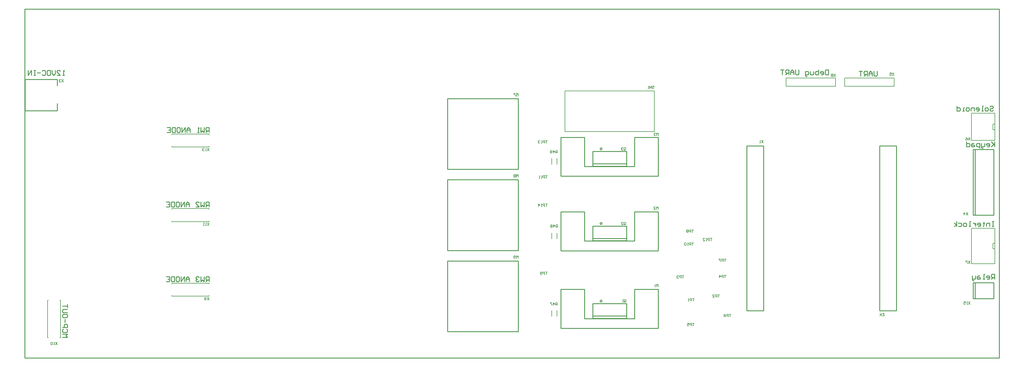
<source format=gbo>
G04 Layer_Color=32896*
%FSLAX43Y43*%
%MOMM*%
G71*
G01*
G75*
%ADD34C,0.150*%
%ADD36C,0.250*%
%ADD37C,0.200*%
%ADD42C,0.254*%
D34*
X291400Y28975D02*
Y39950D01*
Y28975D02*
X298600D01*
Y39950D01*
X291400D02*
X298600D01*
X298025Y35285D02*
X298575D01*
X298025Y33660D02*
Y35285D01*
Y33660D02*
X298600D01*
X298025Y70360D02*
X298600D01*
X298025D02*
Y71985D01*
X298575D01*
X291400Y75450D02*
X298600D01*
Y67000D02*
Y75450D01*
X291400Y67000D02*
X298600D01*
X291400D02*
Y75450D01*
X160848Y47465D02*
X160315D01*
X160581D01*
Y46665D01*
X160048D02*
Y47465D01*
X159648D01*
X159515Y47332D01*
Y47065D01*
X159648Y46932D01*
X160048D01*
X159248Y46665D02*
X158982D01*
X159115D01*
Y47465D01*
X159248Y47332D01*
X158182Y46665D02*
Y47465D01*
X158582Y47065D01*
X158049D01*
X184567Y17333D02*
Y17866D01*
X184700Y18000D01*
X184967D01*
X185100Y17866D01*
Y17333D01*
X184967Y17200D01*
X184700D01*
X184833Y17467D02*
X184567Y17200D01*
X184700D02*
X184567Y17333D01*
X184300Y17200D02*
X184034D01*
X184167D01*
Y18000D01*
X184300Y17866D01*
X151878Y55691D02*
Y56491D01*
X151611Y56224D01*
X151345Y56491D01*
Y55691D01*
X151078Y56357D02*
X150945Y56491D01*
X150678D01*
X150545Y56357D01*
Y56224D01*
X150678Y56091D01*
X150545Y55958D01*
Y55824D01*
X150678Y55691D01*
X150945D01*
X151078Y55824D01*
Y55958D01*
X150945Y56091D01*
X151078Y56224D01*
Y56357D01*
X150945Y56091D02*
X150678D01*
X151878Y30697D02*
Y31497D01*
X151611Y31231D01*
X151345Y31497D01*
Y30697D01*
X151078Y30831D02*
X150945Y30697D01*
X150678D01*
X150545Y30831D01*
Y31364D01*
X150678Y31497D01*
X150945D01*
X151078Y31364D01*
Y31231D01*
X150945Y31097D01*
X150545D01*
X56700Y18600D02*
X56167Y17800D01*
Y18600D02*
X56700Y17800D01*
X55900Y17933D02*
X55767Y17800D01*
X55500D01*
X55367Y17933D01*
Y18466D01*
X55500Y18600D01*
X55767D01*
X55900Y18466D01*
Y18333D01*
X55767Y18200D01*
X55367D01*
X10000Y4800D02*
X9467Y4000D01*
Y4800D02*
X10000Y4000D01*
X9200D02*
X8934D01*
X9067D01*
Y4800D01*
X9200Y4666D01*
X8534D02*
X8401Y4800D01*
X8134D01*
X8001Y4666D01*
Y4133D01*
X8134Y4000D01*
X8401D01*
X8534Y4133D01*
Y4666D01*
X227307Y67046D02*
X226773Y66246D01*
Y67046D02*
X227307Y66246D01*
X226507D02*
X226240D01*
X226373D01*
Y67046D01*
X226507Y66913D01*
X291000Y29900D02*
X290467Y29100D01*
Y29900D02*
X291000Y29100D01*
X290200Y29900D02*
X289667D01*
Y29766D01*
X290200Y29233D01*
Y29100D01*
X291000Y67900D02*
X290467Y67100D01*
Y67900D02*
X291000Y67100D01*
X289667Y67900D02*
X289934Y67766D01*
X290200Y67500D01*
Y67233D01*
X290067Y67100D01*
X289800D01*
X289667Y67233D01*
Y67367D01*
X289800Y67500D01*
X290200D01*
X195000Y68500D02*
Y69300D01*
X194733Y69033D01*
X194467Y69300D01*
Y68500D01*
X194200Y69166D02*
X194067Y69300D01*
X193800D01*
X193667Y69166D01*
Y69033D01*
X193800Y68900D01*
X193934D01*
X193800D01*
X193667Y68767D01*
Y68633D01*
X193800Y68500D01*
X194067D01*
X194200Y68633D01*
X11900Y85800D02*
X11367Y85000D01*
Y85800D02*
X11900Y85000D01*
X11100Y85666D02*
X10967Y85800D01*
X10700D01*
X10567Y85666D01*
Y85533D01*
X10700Y85400D01*
X10834D01*
X10700D01*
X10567Y85267D01*
Y85133D01*
X10700Y85000D01*
X10967D01*
X11100Y85133D01*
X290300Y44800D02*
X289767Y44000D01*
Y44800D02*
X290300Y44000D01*
X289100D02*
Y44800D01*
X289500Y44400D01*
X288967D01*
X291000Y17300D02*
X290467Y16500D01*
Y17300D02*
X291000Y16500D01*
X290200D02*
X289934D01*
X290067D01*
Y17300D01*
X290200Y17166D01*
X289001Y17300D02*
X289534D01*
Y16900D01*
X289267Y17033D01*
X289134D01*
X289001Y16900D01*
Y16633D01*
X289134Y16500D01*
X289401D01*
X289534Y16633D01*
X56700Y64600D02*
X56167Y63800D01*
Y64600D02*
X56700Y63800D01*
X55900D02*
X55634D01*
X55767D01*
Y64600D01*
X55900Y64466D01*
X55234D02*
X55101Y64600D01*
X54834D01*
X54701Y64466D01*
Y64333D01*
X54834Y64200D01*
X54967D01*
X54834D01*
X54701Y64067D01*
Y63933D01*
X54834Y63800D01*
X55101D01*
X55234Y63933D01*
X56700Y41600D02*
X56167Y40800D01*
Y41600D02*
X56700Y40800D01*
X55900D02*
X55634D01*
X55767D01*
Y41600D01*
X55900Y41466D01*
X55234Y40800D02*
X54967D01*
X55101D01*
Y41600D01*
X55234Y41466D01*
X249600Y87500D02*
X249067Y86700D01*
Y87500D02*
X249600Y86700D01*
X248800Y87366D02*
X248667Y87500D01*
X248400D01*
X248267Y87366D01*
Y87233D01*
X248400Y87100D01*
X248267Y86967D01*
Y86833D01*
X248400Y86700D01*
X248667D01*
X248800Y86833D01*
Y86967D01*
X248667Y87100D01*
X248800Y87233D01*
Y87366D01*
X248667Y87100D02*
X248400D01*
X263254Y12894D02*
X263787Y13694D01*
Y12894D02*
X263254Y13694D01*
X264586D02*
X264053D01*
X264586Y13161D01*
Y13027D01*
X264453Y12894D01*
X264187D01*
X264053Y13027D01*
X267575Y87838D02*
X267042Y87038D01*
Y87838D02*
X267575Y87038D01*
X266242Y87838D02*
X266775D01*
Y87438D01*
X266509Y87572D01*
X266375D01*
X266242Y87438D01*
Y87172D01*
X266375Y87038D01*
X266642D01*
X266775Y87172D01*
X163900Y63100D02*
Y63900D01*
X163500D01*
X163367Y63766D01*
Y63500D01*
X163500Y63367D01*
X163900D01*
X163633D02*
X163367Y63100D01*
X162700D02*
Y63900D01*
X163100Y63500D01*
X162567D01*
X162301Y63233D02*
X162167Y63100D01*
X161901D01*
X161767Y63233D01*
Y63766D01*
X161901Y63900D01*
X162167D01*
X162301Y63766D01*
Y63633D01*
X162167Y63500D01*
X161767D01*
X164000Y40200D02*
Y41000D01*
X163600D01*
X163467Y40866D01*
Y40600D01*
X163600Y40467D01*
X164000D01*
X163733D02*
X163467Y40200D01*
X162800D02*
Y41000D01*
X163200Y40600D01*
X162667D01*
X162401Y40866D02*
X162267Y41000D01*
X162001D01*
X161867Y40866D01*
Y40733D01*
X162001Y40600D01*
X161867Y40467D01*
Y40333D01*
X162001Y40200D01*
X162267D01*
X162401Y40333D01*
Y40467D01*
X162267Y40600D01*
X162401Y40733D01*
Y40866D01*
X162267Y40600D02*
X162001D01*
X163900Y16200D02*
Y17000D01*
X163500D01*
X163367Y16866D01*
Y16600D01*
X163500Y16467D01*
X163900D01*
X163633D02*
X163367Y16200D01*
X162700D02*
Y17000D01*
X163100Y16600D01*
X162567D01*
X162301Y17000D02*
X161767D01*
Y16866D01*
X162301Y16333D01*
Y16200D01*
X184467Y64133D02*
Y64666D01*
X184600Y64800D01*
X184867D01*
X185000Y64666D01*
Y64133D01*
X184867Y64000D01*
X184600D01*
X184733Y64267D02*
X184467Y64000D01*
X184600D02*
X184467Y64133D01*
X184200Y64666D02*
X184067Y64800D01*
X183800D01*
X183667Y64666D01*
Y64533D01*
X183800Y64400D01*
X183934D01*
X183800D01*
X183667Y64267D01*
Y64133D01*
X183800Y64000D01*
X184067D01*
X184200Y64133D01*
X184467Y41133D02*
Y41666D01*
X184600Y41800D01*
X184867D01*
X185000Y41666D01*
Y41133D01*
X184867Y41000D01*
X184600D01*
X184733Y41267D02*
X184467Y41000D01*
X184600D02*
X184467Y41133D01*
X183667Y41000D02*
X184200D01*
X183667Y41533D01*
Y41666D01*
X183800Y41800D01*
X184067D01*
X184200Y41666D01*
X194969Y21872D02*
Y22672D01*
X194702Y22406D01*
X194435Y22672D01*
Y21872D01*
X194169D02*
X193902D01*
X194036D01*
Y22672D01*
X194169Y22539D01*
X194969Y45777D02*
Y46576D01*
X194702Y46310D01*
X194435Y46576D01*
Y45777D01*
X193636D02*
X194169D01*
X193636Y46310D01*
Y46443D01*
X193769Y46576D01*
X194036D01*
X194169Y46443D01*
X151878Y80685D02*
Y81484D01*
X151611Y81218D01*
X151345Y81484D01*
Y80685D01*
X151078Y81484D02*
X150545D01*
Y81351D01*
X151078Y80818D01*
Y80685D01*
X193178Y83679D02*
X193312Y83812D01*
X193578D01*
X193712Y83679D01*
Y83545D01*
X193578Y83412D01*
X193312D01*
X193178Y83279D01*
Y83145D01*
X193312Y83012D01*
X193578D01*
X193712Y83145D01*
X192912Y83012D02*
Y83812D01*
X192379Y83012D01*
Y83812D01*
X192112Y83012D02*
X191846D01*
X191979D01*
Y83812D01*
X192112Y83679D01*
X206045Y18267D02*
X205512D01*
X205779D01*
Y17468D01*
X205245D02*
Y18267D01*
X204845D01*
X204712Y18134D01*
Y17868D01*
X204845Y17734D01*
X205245D01*
X204446Y17468D02*
X204179D01*
X204312D01*
Y18267D01*
X204446Y18134D01*
X213863Y19467D02*
X213330D01*
X213597D01*
Y18668D01*
X213064D02*
Y19467D01*
X212664D01*
X212530Y19334D01*
Y19068D01*
X212664Y18934D01*
X213064D01*
X211731Y18668D02*
X212264D01*
X211731Y19201D01*
Y19334D01*
X211864Y19467D01*
X212131D01*
X212264Y19334D01*
X202855Y25367D02*
X202321D01*
X202588D01*
Y24568D01*
X202055D02*
Y25367D01*
X201655D01*
X201522Y25234D01*
Y24968D01*
X201655Y24834D01*
X202055D01*
X201255Y25234D02*
X201122Y25367D01*
X200855D01*
X200722Y25234D01*
Y25101D01*
X200855Y24968D01*
X200988D01*
X200855D01*
X200722Y24834D01*
Y24701D01*
X200855Y24568D01*
X201122D01*
X201255Y24701D01*
X215847Y25467D02*
X215314D01*
X215581D01*
Y24668D01*
X215048D02*
Y25467D01*
X214648D01*
X214514Y25334D01*
Y25068D01*
X214648Y24934D01*
X215048D01*
X213848Y24668D02*
Y25467D01*
X214248Y25068D01*
X213715D01*
X206064Y10667D02*
X205531D01*
X205797D01*
Y9868D01*
X205264D02*
Y10667D01*
X204864D01*
X204731Y10534D01*
Y10268D01*
X204864Y10134D01*
X205264D01*
X203931Y10667D02*
X204464D01*
Y10268D01*
X204198Y10401D01*
X204065D01*
X203931Y10268D01*
Y10001D01*
X204065Y9868D01*
X204331D01*
X204464Y10001D01*
X217355Y13467D02*
X216822D01*
X217089D01*
Y12668D01*
X216555D02*
Y13467D01*
X216156D01*
X216022Y13334D01*
Y13068D01*
X216156Y12934D01*
X216555D01*
X215223Y13467D02*
X215489Y13334D01*
X215756Y13068D01*
Y12801D01*
X215622Y12668D01*
X215356D01*
X215223Y12801D01*
Y12934D01*
X215356Y13068D01*
X215756D01*
X215848Y30467D02*
X215315D01*
X215581D01*
Y29668D01*
X215048D02*
Y30467D01*
X214648D01*
X214515Y30334D01*
Y30068D01*
X214648Y29934D01*
X215048D01*
X214248Y30467D02*
X213715D01*
Y30334D01*
X214248Y29801D01*
Y29668D01*
X205854Y39465D02*
X205321D01*
X205587D01*
Y38665D01*
X205054D02*
Y39465D01*
X204654D01*
X204521Y39332D01*
Y39065D01*
X204654Y38932D01*
X205054D01*
X204254Y39332D02*
X204121Y39465D01*
X203855D01*
X203721Y39332D01*
Y39199D01*
X203855Y39065D01*
X203721Y38932D01*
Y38799D01*
X203855Y38665D01*
X204121D01*
X204254Y38799D01*
Y38932D01*
X204121Y39065D01*
X204254Y39199D01*
Y39332D01*
X204121Y39065D02*
X203855D01*
X160845Y26465D02*
X160312D01*
X160579D01*
Y25665D01*
X160045D02*
Y26465D01*
X159645D01*
X159512Y26332D01*
Y26065D01*
X159645Y25932D01*
X160045D01*
X159246Y25799D02*
X159112Y25665D01*
X158846D01*
X158712Y25799D01*
Y26332D01*
X158846Y26465D01*
X159112D01*
X159246Y26332D01*
Y26198D01*
X159112Y26065D01*
X158712D01*
X205857Y35465D02*
X205324D01*
X205591D01*
Y34665D01*
X205057D02*
Y35465D01*
X204658D01*
X204524Y35332D01*
Y35065D01*
X204658Y34932D01*
X205057D01*
X204258Y34665D02*
X203991D01*
X204124D01*
Y35465D01*
X204258Y35332D01*
X203591D02*
X203458Y35465D01*
X203191D01*
X203058Y35332D01*
Y34799D01*
X203191Y34665D01*
X203458D01*
X203591Y34799D01*
Y35332D01*
X160861Y56165D02*
X160328D01*
X160595D01*
Y55365D01*
X160061D02*
Y56165D01*
X159662D01*
X159528Y56032D01*
Y55765D01*
X159662Y55632D01*
X160061D01*
X159262Y55365D02*
X158995D01*
X159128D01*
Y56165D01*
X159262Y56032D01*
X158595Y55365D02*
X158329D01*
X158462D01*
Y56165D01*
X158595Y56032D01*
X211549Y36865D02*
X211016D01*
X211283D01*
Y36065D01*
X210750D02*
Y36865D01*
X210350D01*
X210216Y36732D01*
Y36465D01*
X210350Y36332D01*
X210750D01*
X209950Y36065D02*
X209683D01*
X209817D01*
Y36865D01*
X209950Y36732D01*
X208750Y36065D02*
X209283D01*
X208750Y36598D01*
Y36732D01*
X208884Y36865D01*
X209150D01*
X209283Y36732D01*
X160861Y66965D02*
X160328D01*
X160595D01*
Y66165D01*
X160062D02*
Y66965D01*
X159662D01*
X159528Y66832D01*
Y66565D01*
X159662Y66432D01*
X160062D01*
X159262Y66165D02*
X158995D01*
X159129D01*
Y66965D01*
X159262Y66832D01*
X158595D02*
X158462Y66965D01*
X158196D01*
X158062Y66832D01*
Y66699D01*
X158196Y66565D01*
X158329D01*
X158196D01*
X158062Y66432D01*
Y66299D01*
X158196Y66165D01*
X158462D01*
X158595Y66299D01*
D36*
X291900Y44000D02*
Y64200D01*
X292500Y44000D02*
Y64200D01*
X291900Y18250D02*
Y23200D01*
X292500Y18250D02*
Y23200D01*
D37*
X45250Y23000D02*
X56750D01*
X45250Y22750D02*
Y23000D01*
X56750Y22750D02*
Y23000D01*
X45250Y19000D02*
Y19250D01*
X56750Y19000D02*
Y19250D01*
X45250Y19000D02*
X56750D01*
X7000Y6250D02*
Y17750D01*
Y6250D02*
X7250D01*
X7000Y17750D02*
X7250D01*
X10750Y6250D02*
X11000D01*
X10750Y17750D02*
X11000D01*
Y6250D02*
Y17750D01*
X45250Y69000D02*
X56750D01*
X45250Y68750D02*
Y69000D01*
X56750Y68750D02*
Y69000D01*
X45250Y65000D02*
Y65250D01*
X56750Y65000D02*
Y65250D01*
X45250Y65000D02*
X56750D01*
X45250Y46000D02*
X56750D01*
X45250Y45750D02*
Y46000D01*
X56750Y45750D02*
Y46000D01*
X45250Y42000D02*
Y42250D01*
X56750Y42000D02*
Y42250D01*
X45250Y42000D02*
X56750D01*
X249620Y83730D02*
Y86270D01*
X234380Y83730D02*
X249620D01*
X234380D02*
Y86270D01*
X249620D01*
X252380D02*
X267620D01*
X252380Y83730D02*
Y86270D01*
Y83730D02*
X267620D01*
Y86270D01*
X163800Y59700D02*
Y61500D01*
X162200Y59700D02*
Y61500D01*
Y36700D02*
Y38500D01*
X163800Y36700D02*
Y38500D01*
X162200Y12800D02*
Y14600D01*
X163800Y12800D02*
Y14600D01*
X193750Y69750D02*
Y82250D01*
X166250Y69750D02*
Y82250D01*
X193750D01*
X166250Y69750D02*
X193750D01*
D42*
X177700Y17500D02*
G03*
X177700Y17500I-300J0D01*
G01*
Y64400D02*
G03*
X177700Y64400I-300J0D01*
G01*
Y41400D02*
G03*
X177700Y41400I-300J0D01*
G01*
X174800Y12900D02*
X185200D01*
X174800Y12200D02*
Y16700D01*
X185200D01*
Y12200D02*
Y16700D01*
X174800Y12200D02*
X185200D01*
X130100Y33100D02*
Y54900D01*
X151900D01*
Y33100D02*
Y54900D01*
X130100Y33100D02*
X151900D01*
X130100Y8100D02*
X151900D01*
Y29900D01*
X130100D02*
X151900D01*
X130100Y8100D02*
Y29900D01*
X227430Y14570D02*
Y65370D01*
X222230D02*
X227430D01*
X222230Y14570D02*
Y65370D01*
Y14570D02*
X227430D01*
X165000Y56000D02*
X195000D01*
Y68000D01*
X187700D02*
X195000D01*
X187700Y59000D02*
Y68000D01*
X172300Y59000D02*
X187700D01*
X172300D02*
Y68000D01*
X165000D02*
X172300D01*
X165000Y56000D02*
Y68000D01*
X100Y76175D02*
X10000D01*
X100D02*
Y85825D01*
X10000D01*
Y83875D02*
Y85825D01*
Y76175D02*
Y78375D01*
X298250Y44000D02*
Y64200D01*
X291900Y44000D02*
X298250D01*
X291900Y64200D02*
X298250D01*
X298250Y18250D02*
Y23200D01*
X291900Y18250D02*
X298250D01*
X291900Y23200D02*
X298250D01*
X263130Y14570D02*
Y65370D01*
Y14570D02*
X268330D01*
Y65370D01*
X263130D02*
X268330D01*
X174800Y59800D02*
X185200D01*
X174800Y59100D02*
Y63600D01*
X185200D01*
Y59100D02*
Y63600D01*
X174800Y59100D02*
X185200D01*
X174800Y36100D02*
X185200D01*
Y40600D01*
X174800D02*
X185200D01*
X174800Y36100D02*
Y40600D01*
Y36800D02*
X185200D01*
X165000Y9100D02*
X195000D01*
Y21100D01*
X187700D02*
X195000D01*
X187700Y12100D02*
Y21100D01*
X172300Y12100D02*
X187700D01*
X172300D02*
Y21100D01*
X165000D02*
X172300D01*
X165000Y9100D02*
Y21100D01*
Y33000D02*
Y45000D01*
X172300D01*
Y36000D02*
Y45000D01*
Y36000D02*
X187700D01*
Y45000D01*
X195000D01*
Y33000D02*
Y45000D01*
X165000Y33000D02*
X195000D01*
X130100Y58100D02*
X151900D01*
Y79900D01*
X130100D02*
X151900D01*
X130100Y58100D02*
Y79900D01*
X262400Y88324D02*
Y87054D01*
X262146Y86800D01*
X261638D01*
X261384Y87054D01*
Y88324D01*
X260876Y86800D02*
Y87816D01*
X260369Y88324D01*
X259861Y87816D01*
Y86800D01*
Y87562D01*
X260876D01*
X259353Y86800D02*
Y88324D01*
X258591D01*
X258337Y88070D01*
Y87562D01*
X258591Y87308D01*
X259353D01*
X258845D02*
X258337Y86800D01*
X257829Y88324D02*
X256814D01*
X257322D01*
Y86800D01*
X247400Y88824D02*
Y87300D01*
X246638D01*
X246384Y87554D01*
Y88570D01*
X246638Y88824D01*
X247400D01*
X245115Y87300D02*
X245623D01*
X245876Y87554D01*
Y88062D01*
X245623Y88316D01*
X245115D01*
X244861Y88062D01*
Y87808D01*
X245876D01*
X244353Y88824D02*
Y87300D01*
X243591D01*
X243337Y87554D01*
Y87808D01*
Y88062D01*
X243591Y88316D01*
X244353D01*
X242829D02*
Y87554D01*
X242576Y87300D01*
X241814D01*
Y88316D01*
X240798Y86792D02*
X240544D01*
X240290Y87046D01*
Y88316D01*
X241052D01*
X241306Y88062D01*
Y87554D01*
X241052Y87300D01*
X240290D01*
X238259Y88824D02*
Y87554D01*
X238005Y87300D01*
X237497D01*
X237243Y87554D01*
Y88824D01*
X236735Y87300D02*
Y88316D01*
X236228Y88824D01*
X235720Y88316D01*
Y87300D01*
Y88062D01*
X236735D01*
X235212Y87300D02*
Y88824D01*
X234450D01*
X234196Y88570D01*
Y88062D01*
X234450Y87808D01*
X235212D01*
X234704D02*
X234196Y87300D01*
X233688Y88824D02*
X232673D01*
X233181D01*
Y87300D01*
X12200Y87100D02*
X11692D01*
X11946D01*
Y88624D01*
X12200Y88370D01*
X9915Y87100D02*
X10930D01*
X9915Y88116D01*
Y88370D01*
X10169Y88624D01*
X10676D01*
X10930Y88370D01*
X9407Y88624D02*
Y87608D01*
X8899Y87100D01*
X8391Y87608D01*
Y88624D01*
X7883D02*
Y87100D01*
X7122D01*
X6868Y87354D01*
Y88370D01*
X7122Y88624D01*
X7883D01*
X5344Y88370D02*
X5598Y88624D01*
X6106D01*
X6360Y88370D01*
Y87354D01*
X6106Y87100D01*
X5598D01*
X5344Y87354D01*
X4836Y87862D02*
X3821D01*
X3313Y88624D02*
X2805D01*
X3059D01*
Y87100D01*
X3313D01*
X2805D01*
X2043D02*
Y88624D01*
X1028Y87100D01*
Y88624D01*
X11600Y6300D02*
X13124D01*
X12616Y6808D01*
X13124Y7316D01*
X11600D01*
X12870Y8839D02*
X13124Y8585D01*
Y8077D01*
X12870Y7824D01*
X11854D01*
X11600Y8077D01*
Y8585D01*
X11854Y8839D01*
X11600Y9347D02*
X13124D01*
Y10109D01*
X12870Y10363D01*
X12362D01*
X12108Y10109D01*
Y9347D01*
X12362Y10871D02*
Y11886D01*
X13124Y13156D02*
Y12648D01*
X12870Y12394D01*
X11854D01*
X11600Y12648D01*
Y13156D01*
X11854Y13410D01*
X12870D01*
X13124Y13156D01*
Y13918D02*
X11854D01*
X11600Y14171D01*
Y14679D01*
X11854Y14933D01*
X13124D01*
Y15441D02*
Y16457D01*
Y15949D01*
X11600D01*
X56700Y23500D02*
Y25024D01*
X55938D01*
X55684Y24770D01*
Y24262D01*
X55938Y24008D01*
X56700D01*
X56192D02*
X55684Y23500D01*
X55176Y25024D02*
Y23500D01*
X54669Y24008D01*
X54161Y23500D01*
Y25024D01*
X53653Y24770D02*
X53399Y25024D01*
X52891D01*
X52637Y24770D01*
Y24516D01*
X52891Y24262D01*
X53145D01*
X52891D01*
X52637Y24008D01*
Y23754D01*
X52891Y23500D01*
X53399D01*
X53653Y23754D01*
X50606Y23500D02*
Y24516D01*
X50098Y25024D01*
X49590Y24516D01*
Y23500D01*
Y24262D01*
X50606D01*
X49082Y23500D02*
Y25024D01*
X48067Y23500D01*
Y25024D01*
X46797D02*
X47305D01*
X47559Y24770D01*
Y23754D01*
X47305Y23500D01*
X46797D01*
X46543Y23754D01*
Y24770D01*
X46797Y25024D01*
X46035D02*
Y23500D01*
X45274D01*
X45020Y23754D01*
Y24770D01*
X45274Y25024D01*
X46035D01*
X43496D02*
X44512D01*
Y23500D01*
X43496D01*
X44512Y24262D02*
X44004D01*
X56700Y46500D02*
Y48024D01*
X55938D01*
X55684Y47770D01*
Y47262D01*
X55938Y47008D01*
X56700D01*
X56192D02*
X55684Y46500D01*
X55176Y48024D02*
Y46500D01*
X54669Y47008D01*
X54161Y46500D01*
Y48024D01*
X52637Y46500D02*
X53653D01*
X52637Y47516D01*
Y47770D01*
X52891Y48024D01*
X53399D01*
X53653Y47770D01*
X50606Y46500D02*
Y47516D01*
X50098Y48024D01*
X49590Y47516D01*
Y46500D01*
Y47262D01*
X50606D01*
X49082Y46500D02*
Y48024D01*
X48067Y46500D01*
Y48024D01*
X46797D02*
X47305D01*
X47559Y47770D01*
Y46754D01*
X47305Y46500D01*
X46797D01*
X46543Y46754D01*
Y47770D01*
X46797Y48024D01*
X46035D02*
Y46500D01*
X45274D01*
X45020Y46754D01*
Y47770D01*
X45274Y48024D01*
X46035D01*
X43496D02*
X44512D01*
Y46500D01*
X43496D01*
X44512Y47262D02*
X44004D01*
X56700Y69500D02*
Y71024D01*
X55938D01*
X55684Y70770D01*
Y70262D01*
X55938Y70008D01*
X56700D01*
X56192D02*
X55684Y69500D01*
X55176Y71024D02*
Y69500D01*
X54669Y70008D01*
X54161Y69500D01*
Y71024D01*
X53653Y69500D02*
X53145D01*
X53399D01*
Y71024D01*
X53653Y70770D01*
X50860Y69500D02*
Y70516D01*
X50352Y71024D01*
X49844Y70516D01*
Y69500D01*
Y70262D01*
X50860D01*
X49336Y69500D02*
Y71024D01*
X48321Y69500D01*
Y71024D01*
X47051D02*
X47559D01*
X47813Y70770D01*
Y69754D01*
X47559Y69500D01*
X47051D01*
X46797Y69754D01*
Y70770D01*
X47051Y71024D01*
X46289D02*
Y69500D01*
X45528D01*
X45274Y69754D01*
Y70770D01*
X45528Y71024D01*
X46289D01*
X43750D02*
X44766D01*
Y69500D01*
X43750D01*
X44766Y70262D02*
X44258D01*
X298500Y24300D02*
Y25823D01*
X297738D01*
X297484Y25570D01*
Y25062D01*
X297738Y24808D01*
X298500D01*
X297992D02*
X297484Y24300D01*
X296215D02*
X296723D01*
X296977Y24554D01*
Y25062D01*
X296723Y25316D01*
X296215D01*
X295961Y25062D01*
Y24808D01*
X296977D01*
X295453Y24300D02*
X294945D01*
X295199D01*
Y25823D01*
X295453D01*
X293929Y25316D02*
X293422D01*
X293168Y25062D01*
Y24300D01*
X293929D01*
X294183Y24554D01*
X293929Y24808D01*
X293168D01*
X292660Y25316D02*
Y24554D01*
X292406Y24300D01*
X291644D01*
Y24046D01*
X291898Y23792D01*
X292152D01*
X291644Y24300D02*
Y25316D01*
X298300Y42024D02*
X297792D01*
X298046D01*
Y40500D01*
X298300D01*
X297792D01*
X297030D02*
Y41516D01*
X296269D01*
X296015Y41262D01*
Y40500D01*
X295253Y41770D02*
Y41516D01*
X295507D01*
X294999D01*
X295253D01*
Y40754D01*
X294999Y40500D01*
X293476D02*
X293983D01*
X294237Y40754D01*
Y41262D01*
X293983Y41516D01*
X293476D01*
X293222Y41262D01*
Y41008D01*
X294237D01*
X292714Y41516D02*
Y40500D01*
Y41008D01*
X292460Y41262D01*
X292206Y41516D01*
X291952D01*
X291190Y40500D02*
X290682D01*
X290936D01*
Y42024D01*
X291190D01*
X289667Y40500D02*
X289159D01*
X288905Y40754D01*
Y41262D01*
X289159Y41516D01*
X289667D01*
X289921Y41262D01*
Y40754D01*
X289667Y40500D01*
X287382Y41516D02*
X288143D01*
X288397Y41262D01*
Y40754D01*
X288143Y40500D01*
X287382D01*
X286874D02*
Y42024D01*
Y41008D02*
X286112Y41516D01*
X286874Y41008D02*
X286112Y40500D01*
X297084Y77370D02*
X297338Y77624D01*
X297846D01*
X298100Y77370D01*
Y77116D01*
X297846Y76862D01*
X297338D01*
X297084Y76608D01*
Y76354D01*
X297338Y76100D01*
X297846D01*
X298100Y76354D01*
X296323Y76100D02*
X295815D01*
X295561Y76354D01*
Y76862D01*
X295815Y77116D01*
X296323D01*
X296576Y76862D01*
Y76354D01*
X296323Y76100D01*
X295053D02*
X294545D01*
X294799D01*
Y77624D01*
X295053D01*
X293022Y76100D02*
X293529D01*
X293783Y76354D01*
Y76862D01*
X293529Y77116D01*
X293022D01*
X292768Y76862D01*
Y76608D01*
X293783D01*
X292260Y76100D02*
Y77116D01*
X291498D01*
X291244Y76862D01*
Y76100D01*
X290482D02*
X289975D01*
X289721Y76354D01*
Y76862D01*
X289975Y77116D01*
X290482D01*
X290736Y76862D01*
Y76354D01*
X290482Y76100D01*
X289213D02*
X288705D01*
X288959D01*
Y77116D01*
X289213D01*
X286928Y77624D02*
Y76100D01*
X287689D01*
X287943Y76354D01*
Y76862D01*
X287689Y77116D01*
X286928D01*
X298500Y66624D02*
Y65100D01*
Y65608D01*
X297484Y66624D01*
X298246Y65862D01*
X297484Y65100D01*
X296215D02*
X296723D01*
X296977Y65354D01*
Y65862D01*
X296723Y66116D01*
X296215D01*
X295961Y65862D01*
Y65608D01*
X296977D01*
X295453Y66116D02*
Y65354D01*
X295199Y65100D01*
X294437D01*
Y64846D01*
X294691Y64592D01*
X294945D01*
X294437Y65100D02*
Y66116D01*
X293929Y64592D02*
Y66116D01*
X293168D01*
X292914Y65862D01*
Y65354D01*
X293168Y65100D01*
X293929D01*
X292152Y66116D02*
X291644D01*
X291390Y65862D01*
Y65100D01*
X292152D01*
X292406Y65354D01*
X292152Y65608D01*
X291390D01*
X289867Y66624D02*
Y65100D01*
X290629D01*
X290882Y65354D01*
Y65862D01*
X290629Y66116D01*
X289867D01*
X0Y0D02*
X300000D01*
Y107500D01*
X0D02*
X300000D01*
X0Y0D02*
Y107500D01*
M02*

</source>
